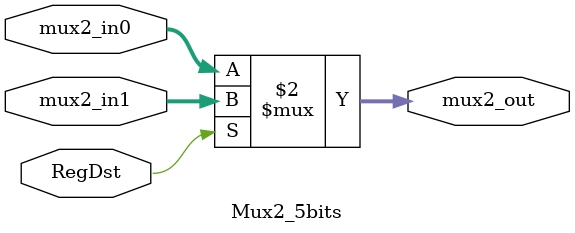
<source format=v>
`timescale 1ns / 1ps


module Mux2_5bits(
    input [4:0]mux2_in0,mux2_in1,
    output [4:0]mux2_out,
    input RegDst
    );
    assign mux2_out = (RegDst == 1) ? mux2_in1 : mux2_in0;
endmodule

</source>
